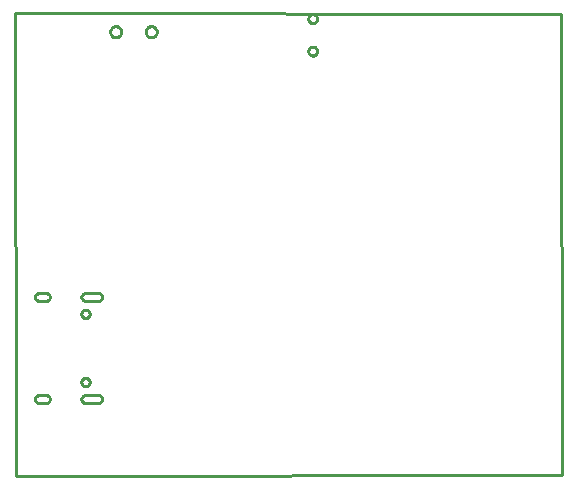
<source format=gko>
G04 EAGLE Gerber RS-274X export*
G75*
%MOMM*%
%FSLAX34Y34*%
%LPD*%
%INBoard Outline*%
%IPPOS*%
%AMOC8*
5,1,8,0,0,1.08239X$1,22.5*%
G01*
%ADD10C,0.000000*%
%ADD11C,0.254000*%


D10*
X3231Y1271D02*
X465255Y1575D01*
X464993Y392202D01*
X2537Y393369D01*
X3231Y1271D01*
X112857Y377241D02*
X112859Y377379D01*
X112865Y377516D01*
X112875Y377653D01*
X112889Y377790D01*
X112907Y377926D01*
X112929Y378062D01*
X112954Y378197D01*
X112984Y378331D01*
X113017Y378465D01*
X113055Y378597D01*
X113096Y378728D01*
X113141Y378858D01*
X113190Y378987D01*
X113242Y379114D01*
X113298Y379240D01*
X113358Y379364D01*
X113421Y379486D01*
X113488Y379606D01*
X113558Y379724D01*
X113631Y379841D01*
X113708Y379955D01*
X113789Y380066D01*
X113872Y380176D01*
X113958Y380283D01*
X114048Y380387D01*
X114141Y380489D01*
X114236Y380588D01*
X114334Y380684D01*
X114435Y380777D01*
X114539Y380867D01*
X114645Y380955D01*
X114754Y381039D01*
X114865Y381120D01*
X114979Y381198D01*
X115094Y381272D01*
X115212Y381343D01*
X115332Y381411D01*
X115454Y381475D01*
X115577Y381535D01*
X115702Y381592D01*
X115829Y381646D01*
X115957Y381695D01*
X116087Y381741D01*
X116218Y381783D01*
X116350Y381822D01*
X116483Y381856D01*
X116617Y381887D01*
X116752Y381913D01*
X116888Y381936D01*
X117024Y381955D01*
X117161Y381970D01*
X117298Y381981D01*
X117435Y381988D01*
X117573Y381991D01*
X117710Y381990D01*
X117848Y381985D01*
X117985Y381976D01*
X118122Y381963D01*
X118258Y381946D01*
X118394Y381925D01*
X118529Y381901D01*
X118664Y381872D01*
X118798Y381839D01*
X118930Y381803D01*
X119062Y381763D01*
X119192Y381719D01*
X119321Y381671D01*
X119449Y381619D01*
X119575Y381564D01*
X119699Y381506D01*
X119821Y381443D01*
X119942Y381377D01*
X120061Y381308D01*
X120178Y381235D01*
X120292Y381159D01*
X120405Y381080D01*
X120515Y380997D01*
X120622Y380911D01*
X120727Y380823D01*
X120829Y380731D01*
X120929Y380636D01*
X121026Y380538D01*
X121120Y380438D01*
X121211Y380335D01*
X121299Y380229D01*
X121384Y380121D01*
X121466Y380011D01*
X121545Y379898D01*
X121620Y379783D01*
X121692Y379665D01*
X121760Y379546D01*
X121825Y379425D01*
X121887Y379302D01*
X121944Y379177D01*
X121999Y379051D01*
X122049Y378923D01*
X122096Y378794D01*
X122139Y378663D01*
X122178Y378531D01*
X122214Y378398D01*
X122245Y378264D01*
X122273Y378130D01*
X122297Y377994D01*
X122317Y377858D01*
X122333Y377722D01*
X122345Y377585D01*
X122353Y377447D01*
X122357Y377310D01*
X122357Y377172D01*
X122353Y377035D01*
X122345Y376897D01*
X122333Y376760D01*
X122317Y376624D01*
X122297Y376488D01*
X122273Y376352D01*
X122245Y376218D01*
X122214Y376084D01*
X122178Y375951D01*
X122139Y375819D01*
X122096Y375688D01*
X122049Y375559D01*
X121999Y375431D01*
X121944Y375305D01*
X121887Y375180D01*
X121825Y375057D01*
X121760Y374936D01*
X121692Y374817D01*
X121620Y374699D01*
X121545Y374584D01*
X121466Y374471D01*
X121384Y374361D01*
X121299Y374253D01*
X121211Y374147D01*
X121120Y374044D01*
X121026Y373944D01*
X120929Y373846D01*
X120829Y373751D01*
X120727Y373659D01*
X120622Y373571D01*
X120515Y373485D01*
X120405Y373402D01*
X120292Y373323D01*
X120178Y373247D01*
X120061Y373174D01*
X119942Y373105D01*
X119821Y373039D01*
X119699Y372976D01*
X119575Y372918D01*
X119449Y372863D01*
X119321Y372811D01*
X119192Y372763D01*
X119062Y372719D01*
X118930Y372679D01*
X118798Y372643D01*
X118664Y372610D01*
X118529Y372581D01*
X118394Y372557D01*
X118258Y372536D01*
X118122Y372519D01*
X117985Y372506D01*
X117848Y372497D01*
X117710Y372492D01*
X117573Y372491D01*
X117435Y372494D01*
X117298Y372501D01*
X117161Y372512D01*
X117024Y372527D01*
X116888Y372546D01*
X116752Y372569D01*
X116617Y372595D01*
X116483Y372626D01*
X116350Y372660D01*
X116218Y372699D01*
X116087Y372741D01*
X115957Y372787D01*
X115829Y372836D01*
X115702Y372890D01*
X115577Y372947D01*
X115454Y373007D01*
X115332Y373071D01*
X115212Y373139D01*
X115094Y373210D01*
X114979Y373284D01*
X114865Y373362D01*
X114754Y373443D01*
X114645Y373527D01*
X114539Y373615D01*
X114435Y373705D01*
X114334Y373798D01*
X114236Y373894D01*
X114141Y373993D01*
X114048Y374095D01*
X113958Y374199D01*
X113872Y374306D01*
X113789Y374416D01*
X113708Y374527D01*
X113631Y374641D01*
X113558Y374758D01*
X113488Y374876D01*
X113421Y374996D01*
X113358Y375118D01*
X113298Y375242D01*
X113242Y375368D01*
X113190Y375495D01*
X113141Y375624D01*
X113096Y375754D01*
X113055Y375885D01*
X113017Y376017D01*
X112984Y376151D01*
X112954Y376285D01*
X112929Y376420D01*
X112907Y376556D01*
X112889Y376692D01*
X112875Y376829D01*
X112865Y376966D01*
X112859Y377103D01*
X112857Y377241D01*
X82857Y377241D02*
X82859Y377379D01*
X82865Y377516D01*
X82875Y377653D01*
X82889Y377790D01*
X82907Y377926D01*
X82929Y378062D01*
X82954Y378197D01*
X82984Y378331D01*
X83017Y378465D01*
X83055Y378597D01*
X83096Y378728D01*
X83141Y378858D01*
X83190Y378987D01*
X83242Y379114D01*
X83298Y379240D01*
X83358Y379364D01*
X83421Y379486D01*
X83488Y379606D01*
X83558Y379724D01*
X83631Y379841D01*
X83708Y379955D01*
X83789Y380066D01*
X83872Y380176D01*
X83958Y380283D01*
X84048Y380387D01*
X84141Y380489D01*
X84236Y380588D01*
X84334Y380684D01*
X84435Y380777D01*
X84539Y380867D01*
X84645Y380955D01*
X84754Y381039D01*
X84865Y381120D01*
X84979Y381198D01*
X85094Y381272D01*
X85212Y381343D01*
X85332Y381411D01*
X85454Y381475D01*
X85577Y381535D01*
X85702Y381592D01*
X85829Y381646D01*
X85957Y381695D01*
X86087Y381741D01*
X86218Y381783D01*
X86350Y381822D01*
X86483Y381856D01*
X86617Y381887D01*
X86752Y381913D01*
X86888Y381936D01*
X87024Y381955D01*
X87161Y381970D01*
X87298Y381981D01*
X87435Y381988D01*
X87573Y381991D01*
X87710Y381990D01*
X87848Y381985D01*
X87985Y381976D01*
X88122Y381963D01*
X88258Y381946D01*
X88394Y381925D01*
X88529Y381901D01*
X88664Y381872D01*
X88798Y381839D01*
X88930Y381803D01*
X89062Y381763D01*
X89192Y381719D01*
X89321Y381671D01*
X89449Y381619D01*
X89575Y381564D01*
X89699Y381506D01*
X89821Y381443D01*
X89942Y381377D01*
X90061Y381308D01*
X90178Y381235D01*
X90292Y381159D01*
X90405Y381080D01*
X90515Y380997D01*
X90622Y380911D01*
X90727Y380823D01*
X90829Y380731D01*
X90929Y380636D01*
X91026Y380538D01*
X91120Y380438D01*
X91211Y380335D01*
X91299Y380229D01*
X91384Y380121D01*
X91466Y380011D01*
X91545Y379898D01*
X91620Y379783D01*
X91692Y379665D01*
X91760Y379546D01*
X91825Y379425D01*
X91887Y379302D01*
X91944Y379177D01*
X91999Y379051D01*
X92049Y378923D01*
X92096Y378794D01*
X92139Y378663D01*
X92178Y378531D01*
X92214Y378398D01*
X92245Y378264D01*
X92273Y378130D01*
X92297Y377994D01*
X92317Y377858D01*
X92333Y377722D01*
X92345Y377585D01*
X92353Y377447D01*
X92357Y377310D01*
X92357Y377172D01*
X92353Y377035D01*
X92345Y376897D01*
X92333Y376760D01*
X92317Y376624D01*
X92297Y376488D01*
X92273Y376352D01*
X92245Y376218D01*
X92214Y376084D01*
X92178Y375951D01*
X92139Y375819D01*
X92096Y375688D01*
X92049Y375559D01*
X91999Y375431D01*
X91944Y375305D01*
X91887Y375180D01*
X91825Y375057D01*
X91760Y374936D01*
X91692Y374817D01*
X91620Y374699D01*
X91545Y374584D01*
X91466Y374471D01*
X91384Y374361D01*
X91299Y374253D01*
X91211Y374147D01*
X91120Y374044D01*
X91026Y373944D01*
X90929Y373846D01*
X90829Y373751D01*
X90727Y373659D01*
X90622Y373571D01*
X90515Y373485D01*
X90405Y373402D01*
X90292Y373323D01*
X90178Y373247D01*
X90061Y373174D01*
X89942Y373105D01*
X89821Y373039D01*
X89699Y372976D01*
X89575Y372918D01*
X89449Y372863D01*
X89321Y372811D01*
X89192Y372763D01*
X89062Y372719D01*
X88930Y372679D01*
X88798Y372643D01*
X88664Y372610D01*
X88529Y372581D01*
X88394Y372557D01*
X88258Y372536D01*
X88122Y372519D01*
X87985Y372506D01*
X87848Y372497D01*
X87710Y372492D01*
X87573Y372491D01*
X87435Y372494D01*
X87298Y372501D01*
X87161Y372512D01*
X87024Y372527D01*
X86888Y372546D01*
X86752Y372569D01*
X86617Y372595D01*
X86483Y372626D01*
X86350Y372660D01*
X86218Y372699D01*
X86087Y372741D01*
X85957Y372787D01*
X85829Y372836D01*
X85702Y372890D01*
X85577Y372947D01*
X85454Y373007D01*
X85332Y373071D01*
X85212Y373139D01*
X85094Y373210D01*
X84979Y373284D01*
X84865Y373362D01*
X84754Y373443D01*
X84645Y373527D01*
X84539Y373615D01*
X84435Y373705D01*
X84334Y373798D01*
X84236Y373894D01*
X84141Y373993D01*
X84048Y374095D01*
X83958Y374199D01*
X83872Y374306D01*
X83789Y374416D01*
X83708Y374527D01*
X83631Y374641D01*
X83558Y374758D01*
X83488Y374876D01*
X83421Y374996D01*
X83358Y375118D01*
X83298Y375242D01*
X83242Y375368D01*
X83190Y375495D01*
X83141Y375624D01*
X83096Y375754D01*
X83055Y375885D01*
X83017Y376017D01*
X82984Y376151D01*
X82954Y376285D01*
X82929Y376420D01*
X82907Y376556D01*
X82889Y376692D01*
X82875Y376829D01*
X82865Y376966D01*
X82859Y377103D01*
X82857Y377241D01*
X72800Y155950D02*
X61800Y155950D01*
X61689Y155948D01*
X61578Y155942D01*
X61468Y155933D01*
X61357Y155920D01*
X61248Y155903D01*
X61139Y155882D01*
X61031Y155858D01*
X60923Y155829D01*
X60817Y155798D01*
X60712Y155762D01*
X60608Y155723D01*
X60505Y155681D01*
X60404Y155635D01*
X60305Y155586D01*
X60207Y155533D01*
X60111Y155477D01*
X60018Y155418D01*
X59926Y155355D01*
X59836Y155290D01*
X59749Y155221D01*
X59664Y155150D01*
X59582Y155075D01*
X59502Y154998D01*
X59425Y154918D01*
X59350Y154836D01*
X59279Y154751D01*
X59210Y154664D01*
X59145Y154574D01*
X59082Y154482D01*
X59023Y154389D01*
X58967Y154293D01*
X58914Y154195D01*
X58865Y154096D01*
X58819Y153995D01*
X58777Y153892D01*
X58738Y153788D01*
X58702Y153683D01*
X58671Y153577D01*
X58642Y153469D01*
X58618Y153361D01*
X58597Y153252D01*
X58580Y153143D01*
X58567Y153032D01*
X58558Y152922D01*
X58552Y152811D01*
X58550Y152700D01*
X58552Y152589D01*
X58558Y152478D01*
X58567Y152368D01*
X58580Y152257D01*
X58597Y152148D01*
X58618Y152039D01*
X58642Y151931D01*
X58671Y151823D01*
X58702Y151717D01*
X58738Y151612D01*
X58777Y151508D01*
X58819Y151405D01*
X58865Y151304D01*
X58914Y151205D01*
X58967Y151107D01*
X59023Y151011D01*
X59082Y150918D01*
X59145Y150826D01*
X59210Y150736D01*
X59279Y150649D01*
X59350Y150564D01*
X59425Y150482D01*
X59502Y150402D01*
X59582Y150325D01*
X59664Y150250D01*
X59749Y150179D01*
X59836Y150110D01*
X59926Y150045D01*
X60018Y149982D01*
X60111Y149923D01*
X60207Y149867D01*
X60305Y149814D01*
X60404Y149765D01*
X60505Y149719D01*
X60608Y149677D01*
X60712Y149638D01*
X60817Y149602D01*
X60923Y149571D01*
X61031Y149542D01*
X61139Y149518D01*
X61248Y149497D01*
X61357Y149480D01*
X61468Y149467D01*
X61578Y149458D01*
X61689Y149452D01*
X61800Y149450D01*
X72800Y149450D01*
X72911Y149452D01*
X73022Y149458D01*
X73132Y149467D01*
X73243Y149480D01*
X73352Y149497D01*
X73461Y149518D01*
X73569Y149542D01*
X73677Y149571D01*
X73783Y149602D01*
X73888Y149638D01*
X73992Y149677D01*
X74095Y149719D01*
X74196Y149765D01*
X74295Y149814D01*
X74393Y149867D01*
X74489Y149923D01*
X74582Y149982D01*
X74674Y150045D01*
X74764Y150110D01*
X74851Y150179D01*
X74936Y150250D01*
X75018Y150325D01*
X75098Y150402D01*
X75175Y150482D01*
X75250Y150564D01*
X75321Y150649D01*
X75390Y150736D01*
X75455Y150826D01*
X75518Y150918D01*
X75577Y151011D01*
X75633Y151107D01*
X75686Y151205D01*
X75735Y151304D01*
X75781Y151405D01*
X75823Y151508D01*
X75862Y151612D01*
X75898Y151717D01*
X75929Y151823D01*
X75958Y151931D01*
X75982Y152039D01*
X76003Y152148D01*
X76020Y152257D01*
X76033Y152368D01*
X76042Y152478D01*
X76048Y152589D01*
X76050Y152700D01*
X76048Y152811D01*
X76042Y152922D01*
X76033Y153032D01*
X76020Y153143D01*
X76003Y153252D01*
X75982Y153361D01*
X75958Y153469D01*
X75929Y153577D01*
X75898Y153683D01*
X75862Y153788D01*
X75823Y153892D01*
X75781Y153995D01*
X75735Y154096D01*
X75686Y154195D01*
X75633Y154293D01*
X75577Y154389D01*
X75518Y154482D01*
X75455Y154574D01*
X75390Y154664D01*
X75321Y154751D01*
X75250Y154836D01*
X75175Y154918D01*
X75098Y154998D01*
X75018Y155075D01*
X74936Y155150D01*
X74851Y155221D01*
X74764Y155290D01*
X74674Y155355D01*
X74582Y155418D01*
X74489Y155477D01*
X74393Y155533D01*
X74295Y155586D01*
X74196Y155635D01*
X74095Y155681D01*
X73992Y155723D01*
X73888Y155762D01*
X73783Y155798D01*
X73677Y155829D01*
X73569Y155858D01*
X73461Y155882D01*
X73352Y155903D01*
X73243Y155920D01*
X73132Y155933D01*
X73022Y155942D01*
X72911Y155948D01*
X72800Y155950D01*
X72800Y69550D02*
X61800Y69550D01*
X61689Y69548D01*
X61578Y69542D01*
X61468Y69533D01*
X61357Y69520D01*
X61248Y69503D01*
X61139Y69482D01*
X61031Y69458D01*
X60923Y69429D01*
X60817Y69398D01*
X60712Y69362D01*
X60608Y69323D01*
X60505Y69281D01*
X60404Y69235D01*
X60305Y69186D01*
X60207Y69133D01*
X60111Y69077D01*
X60018Y69018D01*
X59926Y68955D01*
X59836Y68890D01*
X59749Y68821D01*
X59664Y68750D01*
X59582Y68675D01*
X59502Y68598D01*
X59425Y68518D01*
X59350Y68436D01*
X59279Y68351D01*
X59210Y68264D01*
X59145Y68174D01*
X59082Y68082D01*
X59023Y67989D01*
X58967Y67893D01*
X58914Y67795D01*
X58865Y67696D01*
X58819Y67595D01*
X58777Y67492D01*
X58738Y67388D01*
X58702Y67283D01*
X58671Y67177D01*
X58642Y67069D01*
X58618Y66961D01*
X58597Y66852D01*
X58580Y66743D01*
X58567Y66632D01*
X58558Y66522D01*
X58552Y66411D01*
X58550Y66300D01*
X58552Y66189D01*
X58558Y66078D01*
X58567Y65968D01*
X58580Y65857D01*
X58597Y65748D01*
X58618Y65639D01*
X58642Y65531D01*
X58671Y65423D01*
X58702Y65317D01*
X58738Y65212D01*
X58777Y65108D01*
X58819Y65005D01*
X58865Y64904D01*
X58914Y64805D01*
X58967Y64707D01*
X59023Y64611D01*
X59082Y64518D01*
X59145Y64426D01*
X59210Y64336D01*
X59279Y64249D01*
X59350Y64164D01*
X59425Y64082D01*
X59502Y64002D01*
X59582Y63925D01*
X59664Y63850D01*
X59749Y63779D01*
X59836Y63710D01*
X59926Y63645D01*
X60018Y63582D01*
X60111Y63523D01*
X60207Y63467D01*
X60305Y63414D01*
X60404Y63365D01*
X60505Y63319D01*
X60608Y63277D01*
X60712Y63238D01*
X60817Y63202D01*
X60923Y63171D01*
X61031Y63142D01*
X61139Y63118D01*
X61248Y63097D01*
X61357Y63080D01*
X61468Y63067D01*
X61578Y63058D01*
X61689Y63052D01*
X61800Y63050D01*
X72800Y63050D01*
X72911Y63052D01*
X73022Y63058D01*
X73132Y63067D01*
X73243Y63080D01*
X73352Y63097D01*
X73461Y63118D01*
X73569Y63142D01*
X73677Y63171D01*
X73783Y63202D01*
X73888Y63238D01*
X73992Y63277D01*
X74095Y63319D01*
X74196Y63365D01*
X74295Y63414D01*
X74393Y63467D01*
X74489Y63523D01*
X74582Y63582D01*
X74674Y63645D01*
X74764Y63710D01*
X74851Y63779D01*
X74936Y63850D01*
X75018Y63925D01*
X75098Y64002D01*
X75175Y64082D01*
X75250Y64164D01*
X75321Y64249D01*
X75390Y64336D01*
X75455Y64426D01*
X75518Y64518D01*
X75577Y64611D01*
X75633Y64707D01*
X75686Y64805D01*
X75735Y64904D01*
X75781Y65005D01*
X75823Y65108D01*
X75862Y65212D01*
X75898Y65317D01*
X75929Y65423D01*
X75958Y65531D01*
X75982Y65639D01*
X76003Y65748D01*
X76020Y65857D01*
X76033Y65968D01*
X76042Y66078D01*
X76048Y66189D01*
X76050Y66300D01*
X76048Y66411D01*
X76042Y66522D01*
X76033Y66632D01*
X76020Y66743D01*
X76003Y66852D01*
X75982Y66961D01*
X75958Y67069D01*
X75929Y67177D01*
X75898Y67283D01*
X75862Y67388D01*
X75823Y67492D01*
X75781Y67595D01*
X75735Y67696D01*
X75686Y67795D01*
X75633Y67893D01*
X75577Y67989D01*
X75518Y68082D01*
X75455Y68174D01*
X75390Y68264D01*
X75321Y68351D01*
X75250Y68436D01*
X75175Y68518D01*
X75098Y68598D01*
X75018Y68675D01*
X74936Y68750D01*
X74851Y68821D01*
X74764Y68890D01*
X74674Y68955D01*
X74582Y69018D01*
X74489Y69077D01*
X74393Y69133D01*
X74295Y69186D01*
X74196Y69235D01*
X74095Y69281D01*
X73992Y69323D01*
X73888Y69362D01*
X73783Y69398D01*
X73677Y69429D01*
X73569Y69458D01*
X73461Y69482D01*
X73352Y69503D01*
X73243Y69520D01*
X73132Y69533D01*
X73022Y69542D01*
X72911Y69548D01*
X72800Y69550D01*
X28500Y155950D02*
X22500Y155950D01*
X22389Y155948D01*
X22278Y155942D01*
X22168Y155933D01*
X22057Y155920D01*
X21948Y155903D01*
X21839Y155882D01*
X21731Y155858D01*
X21623Y155829D01*
X21517Y155798D01*
X21412Y155762D01*
X21308Y155723D01*
X21205Y155681D01*
X21104Y155635D01*
X21005Y155586D01*
X20907Y155533D01*
X20811Y155477D01*
X20718Y155418D01*
X20626Y155355D01*
X20536Y155290D01*
X20449Y155221D01*
X20364Y155150D01*
X20282Y155075D01*
X20202Y154998D01*
X20125Y154918D01*
X20050Y154836D01*
X19979Y154751D01*
X19910Y154664D01*
X19845Y154574D01*
X19782Y154482D01*
X19723Y154389D01*
X19667Y154293D01*
X19614Y154195D01*
X19565Y154096D01*
X19519Y153995D01*
X19477Y153892D01*
X19438Y153788D01*
X19402Y153683D01*
X19371Y153577D01*
X19342Y153469D01*
X19318Y153361D01*
X19297Y153252D01*
X19280Y153143D01*
X19267Y153032D01*
X19258Y152922D01*
X19252Y152811D01*
X19250Y152700D01*
X19252Y152589D01*
X19258Y152478D01*
X19267Y152368D01*
X19280Y152257D01*
X19297Y152148D01*
X19318Y152039D01*
X19342Y151931D01*
X19371Y151823D01*
X19402Y151717D01*
X19438Y151612D01*
X19477Y151508D01*
X19519Y151405D01*
X19565Y151304D01*
X19614Y151205D01*
X19667Y151107D01*
X19723Y151011D01*
X19782Y150918D01*
X19845Y150826D01*
X19910Y150736D01*
X19979Y150649D01*
X20050Y150564D01*
X20125Y150482D01*
X20202Y150402D01*
X20282Y150325D01*
X20364Y150250D01*
X20449Y150179D01*
X20536Y150110D01*
X20626Y150045D01*
X20718Y149982D01*
X20811Y149923D01*
X20907Y149867D01*
X21005Y149814D01*
X21104Y149765D01*
X21205Y149719D01*
X21308Y149677D01*
X21412Y149638D01*
X21517Y149602D01*
X21623Y149571D01*
X21731Y149542D01*
X21839Y149518D01*
X21948Y149497D01*
X22057Y149480D01*
X22168Y149467D01*
X22278Y149458D01*
X22389Y149452D01*
X22500Y149450D01*
X28500Y149450D01*
X28611Y149452D01*
X28722Y149458D01*
X28832Y149467D01*
X28943Y149480D01*
X29052Y149497D01*
X29161Y149518D01*
X29269Y149542D01*
X29377Y149571D01*
X29483Y149602D01*
X29588Y149638D01*
X29692Y149677D01*
X29795Y149719D01*
X29896Y149765D01*
X29995Y149814D01*
X30093Y149867D01*
X30189Y149923D01*
X30282Y149982D01*
X30374Y150045D01*
X30464Y150110D01*
X30551Y150179D01*
X30636Y150250D01*
X30718Y150325D01*
X30798Y150402D01*
X30875Y150482D01*
X30950Y150564D01*
X31021Y150649D01*
X31090Y150736D01*
X31155Y150826D01*
X31218Y150918D01*
X31277Y151011D01*
X31333Y151107D01*
X31386Y151205D01*
X31435Y151304D01*
X31481Y151405D01*
X31523Y151508D01*
X31562Y151612D01*
X31598Y151717D01*
X31629Y151823D01*
X31658Y151931D01*
X31682Y152039D01*
X31703Y152148D01*
X31720Y152257D01*
X31733Y152368D01*
X31742Y152478D01*
X31748Y152589D01*
X31750Y152700D01*
X31748Y152811D01*
X31742Y152922D01*
X31733Y153032D01*
X31720Y153143D01*
X31703Y153252D01*
X31682Y153361D01*
X31658Y153469D01*
X31629Y153577D01*
X31598Y153683D01*
X31562Y153788D01*
X31523Y153892D01*
X31481Y153995D01*
X31435Y154096D01*
X31386Y154195D01*
X31333Y154293D01*
X31277Y154389D01*
X31218Y154482D01*
X31155Y154574D01*
X31090Y154664D01*
X31021Y154751D01*
X30950Y154836D01*
X30875Y154918D01*
X30798Y154998D01*
X30718Y155075D01*
X30636Y155150D01*
X30551Y155221D01*
X30464Y155290D01*
X30374Y155355D01*
X30282Y155418D01*
X30189Y155477D01*
X30093Y155533D01*
X29995Y155586D01*
X29896Y155635D01*
X29795Y155681D01*
X29692Y155723D01*
X29588Y155762D01*
X29483Y155798D01*
X29377Y155829D01*
X29269Y155858D01*
X29161Y155882D01*
X29052Y155903D01*
X28943Y155920D01*
X28832Y155933D01*
X28722Y155942D01*
X28611Y155948D01*
X28500Y155950D01*
X28500Y69550D02*
X22500Y69550D01*
X22389Y69548D01*
X22278Y69542D01*
X22168Y69533D01*
X22057Y69520D01*
X21948Y69503D01*
X21839Y69482D01*
X21731Y69458D01*
X21623Y69429D01*
X21517Y69398D01*
X21412Y69362D01*
X21308Y69323D01*
X21205Y69281D01*
X21104Y69235D01*
X21005Y69186D01*
X20907Y69133D01*
X20811Y69077D01*
X20718Y69018D01*
X20626Y68955D01*
X20536Y68890D01*
X20449Y68821D01*
X20364Y68750D01*
X20282Y68675D01*
X20202Y68598D01*
X20125Y68518D01*
X20050Y68436D01*
X19979Y68351D01*
X19910Y68264D01*
X19845Y68174D01*
X19782Y68082D01*
X19723Y67989D01*
X19667Y67893D01*
X19614Y67795D01*
X19565Y67696D01*
X19519Y67595D01*
X19477Y67492D01*
X19438Y67388D01*
X19402Y67283D01*
X19371Y67177D01*
X19342Y67069D01*
X19318Y66961D01*
X19297Y66852D01*
X19280Y66743D01*
X19267Y66632D01*
X19258Y66522D01*
X19252Y66411D01*
X19250Y66300D01*
X19252Y66189D01*
X19258Y66078D01*
X19267Y65968D01*
X19280Y65857D01*
X19297Y65748D01*
X19318Y65639D01*
X19342Y65531D01*
X19371Y65423D01*
X19402Y65317D01*
X19438Y65212D01*
X19477Y65108D01*
X19519Y65005D01*
X19565Y64904D01*
X19614Y64805D01*
X19667Y64707D01*
X19723Y64611D01*
X19782Y64518D01*
X19845Y64426D01*
X19910Y64336D01*
X19979Y64249D01*
X20050Y64164D01*
X20125Y64082D01*
X20202Y64002D01*
X20282Y63925D01*
X20364Y63850D01*
X20449Y63779D01*
X20536Y63710D01*
X20626Y63645D01*
X20718Y63582D01*
X20811Y63523D01*
X20907Y63467D01*
X21005Y63414D01*
X21104Y63365D01*
X21205Y63319D01*
X21308Y63277D01*
X21412Y63238D01*
X21517Y63202D01*
X21623Y63171D01*
X21731Y63142D01*
X21839Y63118D01*
X21948Y63097D01*
X22057Y63080D01*
X22168Y63067D01*
X22278Y63058D01*
X22389Y63052D01*
X22500Y63050D01*
X28500Y63050D01*
X28611Y63052D01*
X28722Y63058D01*
X28832Y63067D01*
X28943Y63080D01*
X29052Y63097D01*
X29161Y63118D01*
X29269Y63142D01*
X29377Y63171D01*
X29483Y63202D01*
X29588Y63238D01*
X29692Y63277D01*
X29795Y63319D01*
X29896Y63365D01*
X29995Y63414D01*
X30093Y63467D01*
X30189Y63523D01*
X30282Y63582D01*
X30374Y63645D01*
X30464Y63710D01*
X30551Y63779D01*
X30636Y63850D01*
X30718Y63925D01*
X30798Y64002D01*
X30875Y64082D01*
X30950Y64164D01*
X31021Y64249D01*
X31090Y64336D01*
X31155Y64426D01*
X31218Y64518D01*
X31277Y64611D01*
X31333Y64707D01*
X31386Y64805D01*
X31435Y64904D01*
X31481Y65005D01*
X31523Y65108D01*
X31562Y65212D01*
X31598Y65317D01*
X31629Y65423D01*
X31658Y65531D01*
X31682Y65639D01*
X31703Y65748D01*
X31720Y65857D01*
X31733Y65968D01*
X31742Y66078D01*
X31748Y66189D01*
X31750Y66300D01*
X31748Y66411D01*
X31742Y66522D01*
X31733Y66632D01*
X31720Y66743D01*
X31703Y66852D01*
X31682Y66961D01*
X31658Y67069D01*
X31629Y67177D01*
X31598Y67283D01*
X31562Y67388D01*
X31523Y67492D01*
X31481Y67595D01*
X31435Y67696D01*
X31386Y67795D01*
X31333Y67893D01*
X31277Y67989D01*
X31218Y68082D01*
X31155Y68174D01*
X31090Y68264D01*
X31021Y68351D01*
X30950Y68436D01*
X30875Y68518D01*
X30798Y68598D01*
X30718Y68675D01*
X30636Y68750D01*
X30551Y68821D01*
X30464Y68890D01*
X30374Y68955D01*
X30282Y69018D01*
X30189Y69077D01*
X30093Y69133D01*
X29995Y69186D01*
X29896Y69235D01*
X29795Y69281D01*
X29692Y69323D01*
X29588Y69362D01*
X29483Y69398D01*
X29377Y69429D01*
X29269Y69458D01*
X29161Y69482D01*
X29052Y69503D01*
X28943Y69520D01*
X28832Y69533D01*
X28722Y69542D01*
X28611Y69548D01*
X28500Y69550D01*
X58500Y138400D02*
X58502Y138518D01*
X58508Y138636D01*
X58518Y138754D01*
X58532Y138871D01*
X58550Y138988D01*
X58572Y139105D01*
X58597Y139220D01*
X58627Y139334D01*
X58661Y139448D01*
X58698Y139560D01*
X58739Y139671D01*
X58784Y139780D01*
X58832Y139888D01*
X58884Y139994D01*
X58940Y140099D01*
X58999Y140201D01*
X59061Y140301D01*
X59127Y140399D01*
X59196Y140495D01*
X59269Y140589D01*
X59344Y140680D01*
X59423Y140768D01*
X59504Y140854D01*
X59589Y140937D01*
X59676Y141017D01*
X59765Y141094D01*
X59858Y141168D01*
X59952Y141238D01*
X60049Y141306D01*
X60149Y141370D01*
X60250Y141431D01*
X60353Y141488D01*
X60459Y141542D01*
X60566Y141593D01*
X60674Y141639D01*
X60784Y141682D01*
X60896Y141721D01*
X61009Y141757D01*
X61123Y141788D01*
X61238Y141816D01*
X61353Y141840D01*
X61470Y141860D01*
X61587Y141876D01*
X61705Y141888D01*
X61823Y141896D01*
X61941Y141900D01*
X62059Y141900D01*
X62177Y141896D01*
X62295Y141888D01*
X62413Y141876D01*
X62530Y141860D01*
X62647Y141840D01*
X62762Y141816D01*
X62877Y141788D01*
X62991Y141757D01*
X63104Y141721D01*
X63216Y141682D01*
X63326Y141639D01*
X63434Y141593D01*
X63541Y141542D01*
X63647Y141488D01*
X63750Y141431D01*
X63851Y141370D01*
X63951Y141306D01*
X64048Y141238D01*
X64142Y141168D01*
X64235Y141094D01*
X64324Y141017D01*
X64411Y140937D01*
X64496Y140854D01*
X64577Y140768D01*
X64656Y140680D01*
X64731Y140589D01*
X64804Y140495D01*
X64873Y140399D01*
X64939Y140301D01*
X65001Y140201D01*
X65060Y140099D01*
X65116Y139994D01*
X65168Y139888D01*
X65216Y139780D01*
X65261Y139671D01*
X65302Y139560D01*
X65339Y139448D01*
X65373Y139334D01*
X65403Y139220D01*
X65428Y139105D01*
X65450Y138988D01*
X65468Y138871D01*
X65482Y138754D01*
X65492Y138636D01*
X65498Y138518D01*
X65500Y138400D01*
X65498Y138282D01*
X65492Y138164D01*
X65482Y138046D01*
X65468Y137929D01*
X65450Y137812D01*
X65428Y137695D01*
X65403Y137580D01*
X65373Y137466D01*
X65339Y137352D01*
X65302Y137240D01*
X65261Y137129D01*
X65216Y137020D01*
X65168Y136912D01*
X65116Y136806D01*
X65060Y136701D01*
X65001Y136599D01*
X64939Y136499D01*
X64873Y136401D01*
X64804Y136305D01*
X64731Y136211D01*
X64656Y136120D01*
X64577Y136032D01*
X64496Y135946D01*
X64411Y135863D01*
X64324Y135783D01*
X64235Y135706D01*
X64142Y135632D01*
X64048Y135562D01*
X63951Y135494D01*
X63851Y135430D01*
X63750Y135369D01*
X63647Y135312D01*
X63541Y135258D01*
X63434Y135207D01*
X63326Y135161D01*
X63216Y135118D01*
X63104Y135079D01*
X62991Y135043D01*
X62877Y135012D01*
X62762Y134984D01*
X62647Y134960D01*
X62530Y134940D01*
X62413Y134924D01*
X62295Y134912D01*
X62177Y134904D01*
X62059Y134900D01*
X61941Y134900D01*
X61823Y134904D01*
X61705Y134912D01*
X61587Y134924D01*
X61470Y134940D01*
X61353Y134960D01*
X61238Y134984D01*
X61123Y135012D01*
X61009Y135043D01*
X60896Y135079D01*
X60784Y135118D01*
X60674Y135161D01*
X60566Y135207D01*
X60459Y135258D01*
X60353Y135312D01*
X60250Y135369D01*
X60149Y135430D01*
X60049Y135494D01*
X59952Y135562D01*
X59858Y135632D01*
X59765Y135706D01*
X59676Y135783D01*
X59589Y135863D01*
X59504Y135946D01*
X59423Y136032D01*
X59344Y136120D01*
X59269Y136211D01*
X59196Y136305D01*
X59127Y136401D01*
X59061Y136499D01*
X58999Y136599D01*
X58940Y136701D01*
X58884Y136806D01*
X58832Y136912D01*
X58784Y137020D01*
X58739Y137129D01*
X58698Y137240D01*
X58661Y137352D01*
X58627Y137466D01*
X58597Y137580D01*
X58572Y137695D01*
X58550Y137812D01*
X58532Y137929D01*
X58518Y138046D01*
X58508Y138164D01*
X58502Y138282D01*
X58500Y138400D01*
X58500Y80600D02*
X58502Y80718D01*
X58508Y80836D01*
X58518Y80954D01*
X58532Y81071D01*
X58550Y81188D01*
X58572Y81305D01*
X58597Y81420D01*
X58627Y81534D01*
X58661Y81648D01*
X58698Y81760D01*
X58739Y81871D01*
X58784Y81980D01*
X58832Y82088D01*
X58884Y82194D01*
X58940Y82299D01*
X58999Y82401D01*
X59061Y82501D01*
X59127Y82599D01*
X59196Y82695D01*
X59269Y82789D01*
X59344Y82880D01*
X59423Y82968D01*
X59504Y83054D01*
X59589Y83137D01*
X59676Y83217D01*
X59765Y83294D01*
X59858Y83368D01*
X59952Y83438D01*
X60049Y83506D01*
X60149Y83570D01*
X60250Y83631D01*
X60353Y83688D01*
X60459Y83742D01*
X60566Y83793D01*
X60674Y83839D01*
X60784Y83882D01*
X60896Y83921D01*
X61009Y83957D01*
X61123Y83988D01*
X61238Y84016D01*
X61353Y84040D01*
X61470Y84060D01*
X61587Y84076D01*
X61705Y84088D01*
X61823Y84096D01*
X61941Y84100D01*
X62059Y84100D01*
X62177Y84096D01*
X62295Y84088D01*
X62413Y84076D01*
X62530Y84060D01*
X62647Y84040D01*
X62762Y84016D01*
X62877Y83988D01*
X62991Y83957D01*
X63104Y83921D01*
X63216Y83882D01*
X63326Y83839D01*
X63434Y83793D01*
X63541Y83742D01*
X63647Y83688D01*
X63750Y83631D01*
X63851Y83570D01*
X63951Y83506D01*
X64048Y83438D01*
X64142Y83368D01*
X64235Y83294D01*
X64324Y83217D01*
X64411Y83137D01*
X64496Y83054D01*
X64577Y82968D01*
X64656Y82880D01*
X64731Y82789D01*
X64804Y82695D01*
X64873Y82599D01*
X64939Y82501D01*
X65001Y82401D01*
X65060Y82299D01*
X65116Y82194D01*
X65168Y82088D01*
X65216Y81980D01*
X65261Y81871D01*
X65302Y81760D01*
X65339Y81648D01*
X65373Y81534D01*
X65403Y81420D01*
X65428Y81305D01*
X65450Y81188D01*
X65468Y81071D01*
X65482Y80954D01*
X65492Y80836D01*
X65498Y80718D01*
X65500Y80600D01*
X65498Y80482D01*
X65492Y80364D01*
X65482Y80246D01*
X65468Y80129D01*
X65450Y80012D01*
X65428Y79895D01*
X65403Y79780D01*
X65373Y79666D01*
X65339Y79552D01*
X65302Y79440D01*
X65261Y79329D01*
X65216Y79220D01*
X65168Y79112D01*
X65116Y79006D01*
X65060Y78901D01*
X65001Y78799D01*
X64939Y78699D01*
X64873Y78601D01*
X64804Y78505D01*
X64731Y78411D01*
X64656Y78320D01*
X64577Y78232D01*
X64496Y78146D01*
X64411Y78063D01*
X64324Y77983D01*
X64235Y77906D01*
X64142Y77832D01*
X64048Y77762D01*
X63951Y77694D01*
X63851Y77630D01*
X63750Y77569D01*
X63647Y77512D01*
X63541Y77458D01*
X63434Y77407D01*
X63326Y77361D01*
X63216Y77318D01*
X63104Y77279D01*
X62991Y77243D01*
X62877Y77212D01*
X62762Y77184D01*
X62647Y77160D01*
X62530Y77140D01*
X62413Y77124D01*
X62295Y77112D01*
X62177Y77104D01*
X62059Y77100D01*
X61941Y77100D01*
X61823Y77104D01*
X61705Y77112D01*
X61587Y77124D01*
X61470Y77140D01*
X61353Y77160D01*
X61238Y77184D01*
X61123Y77212D01*
X61009Y77243D01*
X60896Y77279D01*
X60784Y77318D01*
X60674Y77361D01*
X60566Y77407D01*
X60459Y77458D01*
X60353Y77512D01*
X60250Y77569D01*
X60149Y77630D01*
X60049Y77694D01*
X59952Y77762D01*
X59858Y77832D01*
X59765Y77906D01*
X59676Y77983D01*
X59589Y78063D01*
X59504Y78146D01*
X59423Y78232D01*
X59344Y78320D01*
X59269Y78411D01*
X59196Y78505D01*
X59127Y78601D01*
X59061Y78699D01*
X58999Y78799D01*
X58940Y78901D01*
X58884Y79006D01*
X58832Y79112D01*
X58784Y79220D01*
X58739Y79329D01*
X58698Y79440D01*
X58661Y79552D01*
X58627Y79666D01*
X58597Y79780D01*
X58572Y79895D01*
X58550Y80012D01*
X58532Y80129D01*
X58518Y80246D01*
X58508Y80364D01*
X58502Y80482D01*
X58500Y80600D01*
X250650Y388350D02*
X250652Y388472D01*
X250658Y388594D01*
X250668Y388716D01*
X250682Y388837D01*
X250700Y388958D01*
X250721Y389078D01*
X250747Y389197D01*
X250776Y389316D01*
X250810Y389433D01*
X250847Y389549D01*
X250888Y389664D01*
X250933Y389778D01*
X250981Y389890D01*
X251033Y390001D01*
X251088Y390109D01*
X251147Y390216D01*
X251210Y390321D01*
X251276Y390424D01*
X251345Y390524D01*
X251417Y390623D01*
X251493Y390719D01*
X251571Y390812D01*
X251653Y390903D01*
X251738Y390991D01*
X251825Y391076D01*
X251915Y391158D01*
X252008Y391238D01*
X252103Y391314D01*
X252201Y391387D01*
X252301Y391457D01*
X252403Y391524D01*
X252507Y391587D01*
X252614Y391647D01*
X252722Y391704D01*
X252832Y391756D01*
X252944Y391806D01*
X253057Y391851D01*
X253172Y391893D01*
X253288Y391931D01*
X253405Y391966D01*
X253523Y391996D01*
X253642Y392023D01*
X253762Y392045D01*
X253883Y392064D01*
X254004Y392079D01*
X254126Y392090D01*
X254247Y392097D01*
X254369Y392100D01*
X254492Y392099D01*
X254614Y392094D01*
X254735Y392085D01*
X254857Y392072D01*
X254978Y392055D01*
X255098Y392034D01*
X255217Y392010D01*
X255336Y391981D01*
X255454Y391949D01*
X255570Y391913D01*
X255686Y391873D01*
X255800Y391829D01*
X255912Y391782D01*
X256023Y391731D01*
X256132Y391676D01*
X256240Y391618D01*
X256345Y391556D01*
X256448Y391491D01*
X256550Y391423D01*
X256648Y391351D01*
X256745Y391276D01*
X256839Y391199D01*
X256930Y391118D01*
X257019Y391034D01*
X257105Y390947D01*
X257188Y390858D01*
X257268Y390766D01*
X257345Y390671D01*
X257419Y390574D01*
X257490Y390474D01*
X257558Y390373D01*
X257622Y390269D01*
X257683Y390163D01*
X257740Y390055D01*
X257794Y389946D01*
X257844Y389834D01*
X257890Y389721D01*
X257933Y389607D01*
X257972Y389491D01*
X258007Y389375D01*
X258039Y389257D01*
X258066Y389138D01*
X258090Y389018D01*
X258110Y388897D01*
X258126Y388776D01*
X258138Y388655D01*
X258146Y388533D01*
X258150Y388411D01*
X258150Y388289D01*
X258146Y388167D01*
X258138Y388045D01*
X258126Y387924D01*
X258110Y387803D01*
X258090Y387682D01*
X258066Y387562D01*
X258039Y387443D01*
X258007Y387325D01*
X257972Y387209D01*
X257933Y387093D01*
X257890Y386979D01*
X257844Y386866D01*
X257794Y386754D01*
X257740Y386645D01*
X257683Y386537D01*
X257622Y386431D01*
X257558Y386327D01*
X257490Y386226D01*
X257419Y386126D01*
X257345Y386029D01*
X257268Y385934D01*
X257188Y385842D01*
X257105Y385753D01*
X257019Y385666D01*
X256930Y385582D01*
X256839Y385501D01*
X256745Y385424D01*
X256648Y385349D01*
X256550Y385277D01*
X256448Y385209D01*
X256345Y385144D01*
X256240Y385082D01*
X256132Y385024D01*
X256023Y384969D01*
X255912Y384918D01*
X255800Y384871D01*
X255686Y384827D01*
X255570Y384787D01*
X255454Y384751D01*
X255336Y384719D01*
X255217Y384690D01*
X255098Y384666D01*
X254978Y384645D01*
X254857Y384628D01*
X254735Y384615D01*
X254614Y384606D01*
X254492Y384601D01*
X254369Y384600D01*
X254247Y384603D01*
X254126Y384610D01*
X254004Y384621D01*
X253883Y384636D01*
X253762Y384655D01*
X253642Y384677D01*
X253523Y384704D01*
X253405Y384734D01*
X253288Y384769D01*
X253172Y384807D01*
X253057Y384849D01*
X252944Y384894D01*
X252832Y384944D01*
X252722Y384996D01*
X252614Y385053D01*
X252507Y385113D01*
X252403Y385176D01*
X252301Y385243D01*
X252201Y385313D01*
X252103Y385386D01*
X252008Y385462D01*
X251915Y385542D01*
X251825Y385624D01*
X251738Y385709D01*
X251653Y385797D01*
X251571Y385888D01*
X251493Y385981D01*
X251417Y386077D01*
X251345Y386176D01*
X251276Y386276D01*
X251210Y386379D01*
X251147Y386484D01*
X251088Y386591D01*
X251033Y386699D01*
X250981Y386810D01*
X250933Y386922D01*
X250888Y387036D01*
X250847Y387151D01*
X250810Y387267D01*
X250776Y387384D01*
X250747Y387503D01*
X250721Y387622D01*
X250700Y387742D01*
X250682Y387863D01*
X250668Y387984D01*
X250658Y388106D01*
X250652Y388228D01*
X250650Y388350D01*
X250650Y360850D02*
X250652Y360972D01*
X250658Y361094D01*
X250668Y361216D01*
X250682Y361337D01*
X250700Y361458D01*
X250721Y361578D01*
X250747Y361697D01*
X250776Y361816D01*
X250810Y361933D01*
X250847Y362049D01*
X250888Y362164D01*
X250933Y362278D01*
X250981Y362390D01*
X251033Y362501D01*
X251088Y362609D01*
X251147Y362716D01*
X251210Y362821D01*
X251276Y362924D01*
X251345Y363024D01*
X251417Y363123D01*
X251493Y363219D01*
X251571Y363312D01*
X251653Y363403D01*
X251738Y363491D01*
X251825Y363576D01*
X251915Y363658D01*
X252008Y363738D01*
X252103Y363814D01*
X252201Y363887D01*
X252301Y363957D01*
X252403Y364024D01*
X252507Y364087D01*
X252614Y364147D01*
X252722Y364204D01*
X252832Y364256D01*
X252944Y364306D01*
X253057Y364351D01*
X253172Y364393D01*
X253288Y364431D01*
X253405Y364466D01*
X253523Y364496D01*
X253642Y364523D01*
X253762Y364545D01*
X253883Y364564D01*
X254004Y364579D01*
X254126Y364590D01*
X254247Y364597D01*
X254369Y364600D01*
X254492Y364599D01*
X254614Y364594D01*
X254735Y364585D01*
X254857Y364572D01*
X254978Y364555D01*
X255098Y364534D01*
X255217Y364510D01*
X255336Y364481D01*
X255454Y364449D01*
X255570Y364413D01*
X255686Y364373D01*
X255800Y364329D01*
X255912Y364282D01*
X256023Y364231D01*
X256132Y364176D01*
X256240Y364118D01*
X256345Y364056D01*
X256448Y363991D01*
X256550Y363923D01*
X256648Y363851D01*
X256745Y363776D01*
X256839Y363699D01*
X256930Y363618D01*
X257019Y363534D01*
X257105Y363447D01*
X257188Y363358D01*
X257268Y363266D01*
X257345Y363171D01*
X257419Y363074D01*
X257490Y362974D01*
X257558Y362873D01*
X257622Y362769D01*
X257683Y362663D01*
X257740Y362555D01*
X257794Y362446D01*
X257844Y362334D01*
X257890Y362221D01*
X257933Y362107D01*
X257972Y361991D01*
X258007Y361875D01*
X258039Y361757D01*
X258066Y361638D01*
X258090Y361518D01*
X258110Y361397D01*
X258126Y361276D01*
X258138Y361155D01*
X258146Y361033D01*
X258150Y360911D01*
X258150Y360789D01*
X258146Y360667D01*
X258138Y360545D01*
X258126Y360424D01*
X258110Y360303D01*
X258090Y360182D01*
X258066Y360062D01*
X258039Y359943D01*
X258007Y359825D01*
X257972Y359709D01*
X257933Y359593D01*
X257890Y359479D01*
X257844Y359366D01*
X257794Y359254D01*
X257740Y359145D01*
X257683Y359037D01*
X257622Y358931D01*
X257558Y358827D01*
X257490Y358726D01*
X257419Y358626D01*
X257345Y358529D01*
X257268Y358434D01*
X257188Y358342D01*
X257105Y358253D01*
X257019Y358166D01*
X256930Y358082D01*
X256839Y358001D01*
X256745Y357924D01*
X256648Y357849D01*
X256550Y357777D01*
X256448Y357709D01*
X256345Y357644D01*
X256240Y357582D01*
X256132Y357524D01*
X256023Y357469D01*
X255912Y357418D01*
X255800Y357371D01*
X255686Y357327D01*
X255570Y357287D01*
X255454Y357251D01*
X255336Y357219D01*
X255217Y357190D01*
X255098Y357166D01*
X254978Y357145D01*
X254857Y357128D01*
X254735Y357115D01*
X254614Y357106D01*
X254492Y357101D01*
X254369Y357100D01*
X254247Y357103D01*
X254126Y357110D01*
X254004Y357121D01*
X253883Y357136D01*
X253762Y357155D01*
X253642Y357177D01*
X253523Y357204D01*
X253405Y357234D01*
X253288Y357269D01*
X253172Y357307D01*
X253057Y357349D01*
X252944Y357394D01*
X252832Y357444D01*
X252722Y357496D01*
X252614Y357553D01*
X252507Y357613D01*
X252403Y357676D01*
X252301Y357743D01*
X252201Y357813D01*
X252103Y357886D01*
X252008Y357962D01*
X251915Y358042D01*
X251825Y358124D01*
X251738Y358209D01*
X251653Y358297D01*
X251571Y358388D01*
X251493Y358481D01*
X251417Y358577D01*
X251345Y358676D01*
X251276Y358776D01*
X251210Y358879D01*
X251147Y358984D01*
X251088Y359091D01*
X251033Y359199D01*
X250981Y359310D01*
X250933Y359422D01*
X250888Y359536D01*
X250847Y359651D01*
X250810Y359767D01*
X250776Y359884D01*
X250747Y360003D01*
X250721Y360122D01*
X250700Y360242D01*
X250682Y360363D01*
X250668Y360484D01*
X250658Y360606D01*
X250652Y360728D01*
X250650Y360850D01*
D11*
X2537Y393369D02*
X3231Y1271D01*
X465255Y1575D01*
X464993Y392202D01*
X2537Y393369D01*
X19250Y66300D02*
X19262Y66017D01*
X19299Y65736D01*
X19361Y65459D01*
X19446Y65188D01*
X19555Y64927D01*
X19685Y64675D01*
X19838Y64436D01*
X20010Y64211D01*
X20202Y64002D01*
X20411Y63810D01*
X20636Y63638D01*
X20875Y63485D01*
X21127Y63355D01*
X21388Y63246D01*
X21659Y63161D01*
X21936Y63099D01*
X22217Y63062D01*
X22500Y63050D01*
X28500Y63050D01*
X28783Y63062D01*
X29064Y63099D01*
X29341Y63161D01*
X29612Y63246D01*
X29874Y63355D01*
X30125Y63485D01*
X30364Y63638D01*
X30589Y63810D01*
X30798Y64002D01*
X30990Y64211D01*
X31162Y64436D01*
X31315Y64675D01*
X31446Y64927D01*
X31554Y65188D01*
X31639Y65459D01*
X31701Y65736D01*
X31738Y66017D01*
X31750Y66300D01*
X31738Y66583D01*
X31701Y66864D01*
X31639Y67141D01*
X31554Y67412D01*
X31446Y67674D01*
X31315Y67925D01*
X31162Y68164D01*
X30990Y68389D01*
X30798Y68598D01*
X30589Y68790D01*
X30364Y68962D01*
X30125Y69115D01*
X29874Y69246D01*
X29612Y69354D01*
X29341Y69439D01*
X29064Y69501D01*
X28783Y69538D01*
X28500Y69550D01*
X22500Y69550D01*
X22217Y69538D01*
X21936Y69501D01*
X21659Y69439D01*
X21388Y69354D01*
X21127Y69246D01*
X20875Y69115D01*
X20636Y68962D01*
X20411Y68790D01*
X20202Y68598D01*
X20010Y68389D01*
X19838Y68164D01*
X19685Y67925D01*
X19555Y67674D01*
X19446Y67412D01*
X19361Y67141D01*
X19299Y66864D01*
X19262Y66583D01*
X19250Y66300D01*
X19250Y152700D02*
X19262Y152417D01*
X19299Y152136D01*
X19361Y151859D01*
X19446Y151588D01*
X19555Y151327D01*
X19685Y151075D01*
X19838Y150836D01*
X20010Y150611D01*
X20202Y150402D01*
X20411Y150210D01*
X20636Y150038D01*
X20875Y149885D01*
X21127Y149755D01*
X21388Y149646D01*
X21659Y149561D01*
X21936Y149499D01*
X22217Y149462D01*
X22500Y149450D01*
X28500Y149450D01*
X28783Y149462D01*
X29064Y149499D01*
X29341Y149561D01*
X29612Y149646D01*
X29874Y149755D01*
X30125Y149885D01*
X30364Y150038D01*
X30589Y150210D01*
X30798Y150402D01*
X30990Y150611D01*
X31162Y150836D01*
X31315Y151075D01*
X31446Y151327D01*
X31554Y151588D01*
X31639Y151859D01*
X31701Y152136D01*
X31738Y152417D01*
X31750Y152700D01*
X31738Y152983D01*
X31701Y153264D01*
X31639Y153541D01*
X31554Y153812D01*
X31446Y154074D01*
X31315Y154325D01*
X31162Y154564D01*
X30990Y154789D01*
X30798Y154998D01*
X30589Y155190D01*
X30364Y155362D01*
X30125Y155515D01*
X29874Y155646D01*
X29612Y155754D01*
X29341Y155839D01*
X29064Y155901D01*
X28783Y155938D01*
X28500Y155950D01*
X22500Y155950D01*
X22217Y155938D01*
X21936Y155901D01*
X21659Y155839D01*
X21388Y155754D01*
X21127Y155646D01*
X20875Y155515D01*
X20636Y155362D01*
X20411Y155190D01*
X20202Y154998D01*
X20010Y154789D01*
X19838Y154564D01*
X19685Y154325D01*
X19555Y154074D01*
X19446Y153812D01*
X19361Y153541D01*
X19299Y153264D01*
X19262Y152983D01*
X19250Y152700D01*
X58550Y66300D02*
X58562Y66017D01*
X58599Y65736D01*
X58661Y65459D01*
X58746Y65188D01*
X58855Y64927D01*
X58985Y64675D01*
X59138Y64436D01*
X59310Y64211D01*
X59502Y64002D01*
X59711Y63810D01*
X59936Y63638D01*
X60175Y63485D01*
X60427Y63355D01*
X60688Y63246D01*
X60959Y63161D01*
X61236Y63099D01*
X61517Y63062D01*
X61800Y63050D01*
X72800Y63050D01*
X73083Y63062D01*
X73364Y63099D01*
X73641Y63161D01*
X73912Y63246D01*
X74174Y63355D01*
X74425Y63485D01*
X74664Y63638D01*
X74889Y63810D01*
X75098Y64002D01*
X75290Y64211D01*
X75462Y64436D01*
X75615Y64675D01*
X75746Y64927D01*
X75854Y65188D01*
X75939Y65459D01*
X76001Y65736D01*
X76038Y66017D01*
X76050Y66300D01*
X76038Y66583D01*
X76001Y66864D01*
X75939Y67141D01*
X75854Y67412D01*
X75746Y67674D01*
X75615Y67925D01*
X75462Y68164D01*
X75290Y68389D01*
X75098Y68598D01*
X74889Y68790D01*
X74664Y68962D01*
X74425Y69115D01*
X74174Y69246D01*
X73912Y69354D01*
X73641Y69439D01*
X73364Y69501D01*
X73083Y69538D01*
X72800Y69550D01*
X61800Y69550D01*
X61517Y69538D01*
X61236Y69501D01*
X60959Y69439D01*
X60688Y69354D01*
X60427Y69246D01*
X60175Y69115D01*
X59936Y68962D01*
X59711Y68790D01*
X59502Y68598D01*
X59310Y68389D01*
X59138Y68164D01*
X58985Y67925D01*
X58855Y67674D01*
X58746Y67412D01*
X58661Y67141D01*
X58599Y66864D01*
X58562Y66583D01*
X58550Y66300D01*
X58550Y152700D02*
X58562Y152417D01*
X58599Y152136D01*
X58661Y151859D01*
X58746Y151588D01*
X58855Y151327D01*
X58985Y151075D01*
X59138Y150836D01*
X59310Y150611D01*
X59502Y150402D01*
X59711Y150210D01*
X59936Y150038D01*
X60175Y149885D01*
X60427Y149755D01*
X60688Y149646D01*
X60959Y149561D01*
X61236Y149499D01*
X61517Y149462D01*
X61800Y149450D01*
X72800Y149450D01*
X73083Y149462D01*
X73364Y149499D01*
X73641Y149561D01*
X73912Y149646D01*
X74174Y149755D01*
X74425Y149885D01*
X74664Y150038D01*
X74889Y150210D01*
X75098Y150402D01*
X75290Y150611D01*
X75462Y150836D01*
X75615Y151075D01*
X75746Y151327D01*
X75854Y151588D01*
X75939Y151859D01*
X76001Y152136D01*
X76038Y152417D01*
X76050Y152700D01*
X76038Y152983D01*
X76001Y153264D01*
X75939Y153541D01*
X75854Y153812D01*
X75746Y154074D01*
X75615Y154325D01*
X75462Y154564D01*
X75290Y154789D01*
X75098Y154998D01*
X74889Y155190D01*
X74664Y155362D01*
X74425Y155515D01*
X74174Y155646D01*
X73912Y155754D01*
X73641Y155839D01*
X73364Y155901D01*
X73083Y155938D01*
X72800Y155950D01*
X61800Y155950D01*
X61517Y155938D01*
X61236Y155901D01*
X60959Y155839D01*
X60688Y155754D01*
X60427Y155646D01*
X60175Y155515D01*
X59936Y155362D01*
X59711Y155190D01*
X59502Y154998D01*
X59310Y154789D01*
X59138Y154564D01*
X58985Y154325D01*
X58855Y154074D01*
X58746Y153812D01*
X58661Y153541D01*
X58599Y153264D01*
X58562Y152983D01*
X58550Y152700D01*
X112857Y377507D02*
X112917Y378038D01*
X113036Y378558D01*
X113212Y379061D01*
X113444Y379542D01*
X113727Y379994D01*
X114060Y380411D01*
X114437Y380788D01*
X114854Y381121D01*
X115306Y381404D01*
X115787Y381636D01*
X116290Y381812D01*
X116811Y381931D01*
X117341Y381991D01*
X117874Y381991D01*
X118404Y381931D01*
X118924Y381812D01*
X119428Y381636D01*
X119909Y381404D01*
X120360Y381121D01*
X120778Y380788D01*
X121155Y380411D01*
X121487Y379994D01*
X121771Y379542D01*
X122003Y379061D01*
X122179Y378558D01*
X122298Y378038D01*
X122357Y377507D01*
X122357Y376974D01*
X122298Y376444D01*
X122179Y375924D01*
X122003Y375420D01*
X121771Y374939D01*
X121487Y374488D01*
X121155Y374070D01*
X120778Y373693D01*
X120360Y373361D01*
X119909Y373077D01*
X119428Y372845D01*
X118924Y372669D01*
X118404Y372550D01*
X117874Y372491D01*
X117341Y372491D01*
X116811Y372550D01*
X116290Y372669D01*
X115787Y372845D01*
X115306Y373077D01*
X114854Y373361D01*
X114437Y373693D01*
X114060Y374070D01*
X113727Y374488D01*
X113444Y374939D01*
X113212Y375420D01*
X113036Y375924D01*
X112917Y376444D01*
X112857Y376974D01*
X112857Y377507D01*
X82857Y377507D02*
X82917Y378038D01*
X83036Y378558D01*
X83212Y379061D01*
X83444Y379542D01*
X83727Y379994D01*
X84060Y380411D01*
X84437Y380788D01*
X84854Y381121D01*
X85306Y381404D01*
X85787Y381636D01*
X86290Y381812D01*
X86811Y381931D01*
X87341Y381991D01*
X87874Y381991D01*
X88404Y381931D01*
X88924Y381812D01*
X89428Y381636D01*
X89909Y381404D01*
X90360Y381121D01*
X90778Y380788D01*
X91155Y380411D01*
X91487Y379994D01*
X91771Y379542D01*
X92003Y379061D01*
X92179Y378558D01*
X92298Y378038D01*
X92357Y377507D01*
X92357Y376974D01*
X92298Y376444D01*
X92179Y375924D01*
X92003Y375420D01*
X91771Y374939D01*
X91487Y374488D01*
X91155Y374070D01*
X90778Y373693D01*
X90360Y373361D01*
X89909Y373077D01*
X89428Y372845D01*
X88924Y372669D01*
X88404Y372550D01*
X87874Y372491D01*
X87341Y372491D01*
X86811Y372550D01*
X86290Y372669D01*
X85787Y372845D01*
X85306Y373077D01*
X84854Y373361D01*
X84437Y373693D01*
X84060Y374070D01*
X83727Y374488D01*
X83444Y374939D01*
X83212Y375420D01*
X83036Y375924D01*
X82917Y376444D01*
X82857Y376974D01*
X82857Y377507D01*
X61771Y134900D02*
X61316Y134960D01*
X60873Y135079D01*
X60449Y135254D01*
X60051Y135484D01*
X59687Y135763D01*
X59363Y136087D01*
X59084Y136451D01*
X58854Y136849D01*
X58679Y137273D01*
X58560Y137716D01*
X58500Y138171D01*
X58500Y138629D01*
X58560Y139084D01*
X58679Y139527D01*
X58854Y139951D01*
X59084Y140349D01*
X59363Y140713D01*
X59687Y141037D01*
X60051Y141316D01*
X60449Y141546D01*
X60873Y141721D01*
X61316Y141840D01*
X61771Y141900D01*
X62229Y141900D01*
X62684Y141840D01*
X63127Y141721D01*
X63551Y141546D01*
X63949Y141316D01*
X64313Y141037D01*
X64637Y140713D01*
X64916Y140349D01*
X65146Y139951D01*
X65321Y139527D01*
X65440Y139084D01*
X65500Y138629D01*
X65500Y138171D01*
X65440Y137716D01*
X65321Y137273D01*
X65146Y136849D01*
X64916Y136451D01*
X64637Y136087D01*
X64313Y135763D01*
X63949Y135484D01*
X63551Y135254D01*
X63127Y135079D01*
X62684Y134960D01*
X62229Y134900D01*
X61771Y134900D01*
X61771Y77100D02*
X61316Y77160D01*
X60873Y77279D01*
X60449Y77454D01*
X60051Y77684D01*
X59687Y77963D01*
X59363Y78287D01*
X59084Y78651D01*
X58854Y79049D01*
X58679Y79473D01*
X58560Y79916D01*
X58500Y80371D01*
X58500Y80829D01*
X58560Y81284D01*
X58679Y81727D01*
X58854Y82151D01*
X59084Y82549D01*
X59363Y82913D01*
X59687Y83237D01*
X60051Y83516D01*
X60449Y83746D01*
X60873Y83921D01*
X61316Y84040D01*
X61771Y84100D01*
X62229Y84100D01*
X62684Y84040D01*
X63127Y83921D01*
X63551Y83746D01*
X63949Y83516D01*
X64313Y83237D01*
X64637Y82913D01*
X64916Y82549D01*
X65146Y82151D01*
X65321Y81727D01*
X65440Y81284D01*
X65500Y80829D01*
X65500Y80371D01*
X65440Y79916D01*
X65321Y79473D01*
X65146Y79049D01*
X64916Y78651D01*
X64637Y78287D01*
X64313Y77963D01*
X63949Y77684D01*
X63551Y77454D01*
X63127Y77279D01*
X62684Y77160D01*
X62229Y77100D01*
X61771Y77100D01*
X258150Y388104D02*
X258086Y387617D01*
X257959Y387142D01*
X257771Y386688D01*
X257525Y386262D01*
X257225Y385872D01*
X256878Y385525D01*
X256488Y385225D01*
X256062Y384980D01*
X255608Y384791D01*
X255133Y384664D01*
X254646Y384600D01*
X254154Y384600D01*
X253667Y384664D01*
X253192Y384791D01*
X252738Y384980D01*
X252312Y385225D01*
X251922Y385525D01*
X251575Y385872D01*
X251275Y386262D01*
X251030Y386688D01*
X250841Y387142D01*
X250714Y387617D01*
X250650Y388104D01*
X250650Y388596D01*
X250714Y389083D01*
X250841Y389558D01*
X251030Y390012D01*
X251275Y390438D01*
X251575Y390828D01*
X251922Y391175D01*
X252312Y391475D01*
X252738Y391721D01*
X253192Y391909D01*
X253667Y392036D01*
X254154Y392100D01*
X254646Y392100D01*
X255133Y392036D01*
X255608Y391909D01*
X256062Y391721D01*
X256488Y391475D01*
X256878Y391175D01*
X257225Y390828D01*
X257525Y390438D01*
X257771Y390012D01*
X257959Y389558D01*
X258086Y389083D01*
X258150Y388596D01*
X258150Y388104D01*
X258150Y360604D02*
X258086Y360117D01*
X257959Y359642D01*
X257771Y359188D01*
X257525Y358762D01*
X257225Y358372D01*
X256878Y358025D01*
X256488Y357725D01*
X256062Y357480D01*
X255608Y357291D01*
X255133Y357164D01*
X254646Y357100D01*
X254154Y357100D01*
X253667Y357164D01*
X253192Y357291D01*
X252738Y357480D01*
X252312Y357725D01*
X251922Y358025D01*
X251575Y358372D01*
X251275Y358762D01*
X251030Y359188D01*
X250841Y359642D01*
X250714Y360117D01*
X250650Y360604D01*
X250650Y361096D01*
X250714Y361583D01*
X250841Y362058D01*
X251030Y362512D01*
X251275Y362938D01*
X251575Y363328D01*
X251922Y363675D01*
X252312Y363975D01*
X252738Y364221D01*
X253192Y364409D01*
X253667Y364536D01*
X254154Y364600D01*
X254646Y364600D01*
X255133Y364536D01*
X255608Y364409D01*
X256062Y364221D01*
X256488Y363975D01*
X256878Y363675D01*
X257225Y363328D01*
X257525Y362938D01*
X257771Y362512D01*
X257959Y362058D01*
X258086Y361583D01*
X258150Y361096D01*
X258150Y360604D01*
M02*

</source>
